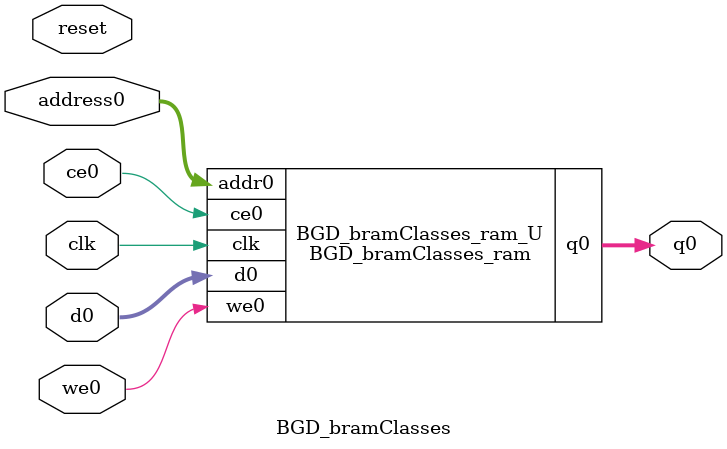
<source format=v>
`timescale 1 ns / 1 ps
module BGD_bramClasses_ram (addr0, ce0, d0, we0, q0,  clk);

parameter DWIDTH = 32;
parameter AWIDTH = 9;
parameter MEM_SIZE = 320;

input[AWIDTH-1:0] addr0;
input ce0;
input[DWIDTH-1:0] d0;
input we0;
output reg[DWIDTH-1:0] q0;
input clk;

(* ram_style = "block" *)reg [DWIDTH-1:0] ram[0:MEM_SIZE-1];




always @(posedge clk)  
begin 
    if (ce0) begin
        if (we0) 
            ram[addr0] <= d0; 
        q0 <= ram[addr0];
    end
end


endmodule

`timescale 1 ns / 1 ps
module BGD_bramClasses(
    reset,
    clk,
    address0,
    ce0,
    we0,
    d0,
    q0);

parameter DataWidth = 32'd32;
parameter AddressRange = 32'd320;
parameter AddressWidth = 32'd9;
input reset;
input clk;
input[AddressWidth - 1:0] address0;
input ce0;
input we0;
input[DataWidth - 1:0] d0;
output[DataWidth - 1:0] q0;



BGD_bramClasses_ram BGD_bramClasses_ram_U(
    .clk( clk ),
    .addr0( address0 ),
    .ce0( ce0 ),
    .we0( we0 ),
    .d0( d0 ),
    .q0( q0 ));

endmodule


</source>
